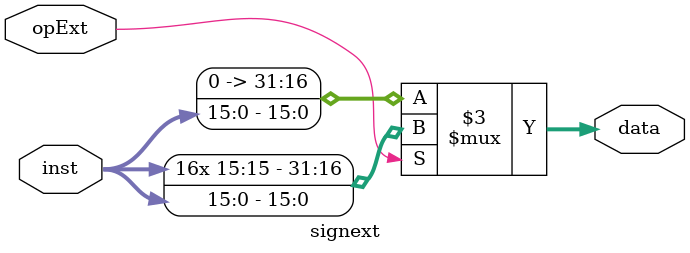
<source format=v>
`timescale 1ns / 1ps


module signext(
    input [15:0] inst,
    input opExt,
    output reg [31:0] data
    );
    always @(inst or opExt)
    begin
    if(opExt)    
        data={ {16 {inst[15]}},inst};
    else
        data={ {16 {1'b0}},inst};
    end
endmodule

</source>
